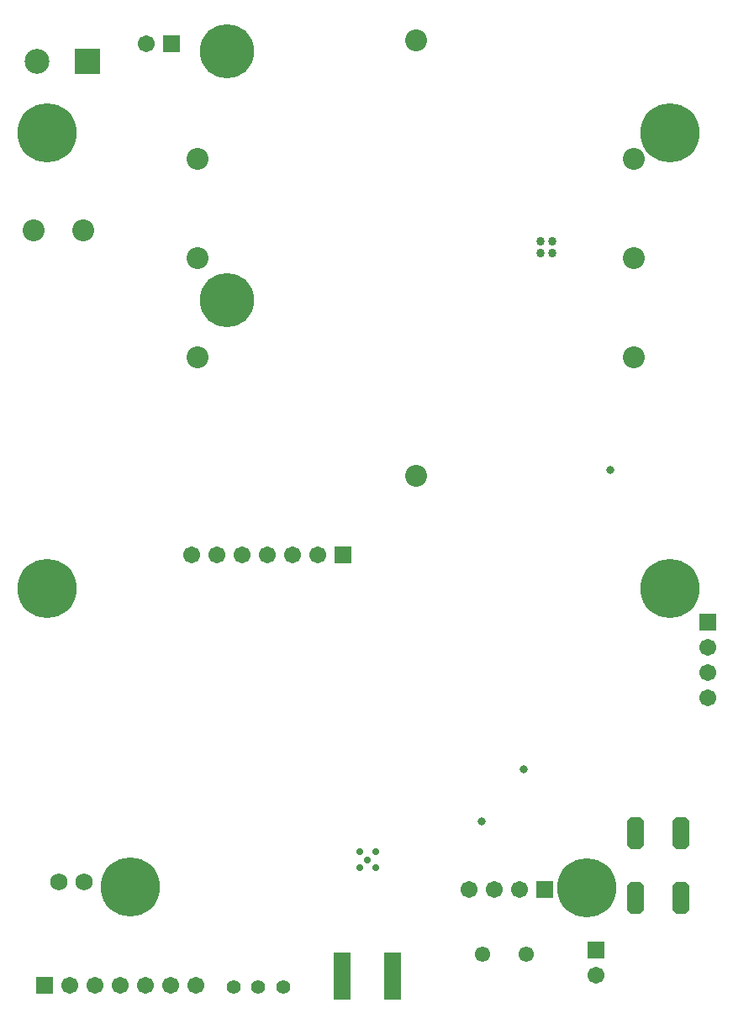
<source format=gbs>
%FSLAX25Y25*%
%MOIN*%
G70*
G01*
G75*
G04 Layer_Color=16711935*
%ADD10R,0.03504X0.00906*%
%ADD11R,0.03740X0.03150*%
%ADD12R,0.05512X0.02362*%
%ADD13R,0.02362X0.02362*%
%ADD14R,0.05906X0.04134*%
%ADD15R,0.05315X0.02362*%
%ADD16R,0.02953X0.03543*%
%ADD17R,0.07087X0.04134*%
%ADD18R,0.03150X0.01969*%
%ADD19R,0.08465X0.09843*%
%ADD20R,0.01969X0.02362*%
%ADD21R,0.18898X0.20315*%
%ADD22O,0.02362X0.13583*%
%ADD23O,0.01772X0.08268*%
%ADD24R,0.05906X0.16142*%
%ADD25R,0.05906X0.17716*%
%ADD26R,0.04134X0.08661*%
%ADD27R,0.01969X0.03150*%
%ADD28R,0.05906X0.11024*%
%ADD29R,0.06102X0.02362*%
%ADD30R,0.07087X0.04724*%
%ADD31R,0.03937X0.01181*%
%ADD32R,0.02756X0.01181*%
%ADD33R,0.03150X0.03740*%
%ADD34R,0.03543X0.02953*%
%ADD35R,0.04134X0.07087*%
%ADD36R,0.05709X0.04331*%
%ADD37R,0.04331X0.07480*%
%ADD38O,0.02165X0.06890*%
%ADD39O,0.06890X0.02165*%
%ADD40R,0.00984X0.07087*%
%ADD41R,0.04331X0.05709*%
%ADD42R,0.02362X0.05512*%
%ADD43R,0.07874X0.12992*%
%ADD44R,0.07874X0.09843*%
%ADD45R,0.01969X0.12205*%
%ADD46R,0.09843X0.09843*%
%ADD47O,0.03150X0.01378*%
%ADD48O,0.01378X0.03150*%
%ADD49R,0.07087X0.29528*%
%ADD50R,0.02362X0.04134*%
%ADD51R,0.04134X0.05906*%
%ADD52R,0.13189X0.09646*%
%ADD53R,0.35827X0.42323*%
%ADD54R,0.16339X0.03937*%
%ADD55R,0.01100X0.01100*%
%ADD56R,0.01400X0.01400*%
%ADD57R,0.02362X0.02362*%
%ADD58O,0.00984X0.03150*%
%ADD59O,0.03150X0.00984*%
%ADD60R,0.04724X0.07087*%
%ADD61R,0.17126X0.18504*%
%ADD62R,0.09252X0.10236*%
%ADD63O,0.08858X0.02362*%
%ADD64R,0.05906X0.05906*%
%ADD65R,0.05906X0.05906*%
%ADD66R,0.09646X0.13189*%
%ADD67R,0.02953X0.01181*%
%ADD68C,0.04000*%
%ADD69C,0.01500*%
%ADD70C,0.00800*%
%ADD71C,0.01000*%
%ADD72C,0.01200*%
%ADD73C,0.03000*%
%ADD74C,0.02000*%
%ADD75C,0.05800*%
%ADD76C,0.08000*%
%ADD77C,0.05000*%
%ADD78R,0.00653X0.00435*%
%ADD79R,0.02142X0.00344*%
%ADD80R,0.04702X0.00344*%
%ADD81R,0.00286X0.00429*%
%ADD82R,0.00262X0.00395*%
%ADD83R,0.00248X0.00441*%
%ADD84R,0.00441X0.00236*%
%ADD85R,0.00280X0.00186*%
%ADD86R,0.06299X0.06988*%
%ADD87R,0.07776X0.02559*%
%ADD88R,0.03937X0.04715*%
%ADD89R,0.07569X0.07569*%
%ADD90R,0.04134X0.11614*%
%ADD91R,0.39400X0.69575*%
%ADD92R,0.41550X0.14150*%
%ADD93R,0.00906X0.00533*%
%ADD94R,0.00872X0.01705*%
G04:AMPARAMS|DCode=95|XSize=120mil|YSize=60mil|CornerRadius=0mil|HoleSize=0mil|Usage=FLASHONLY|Rotation=90.000|XOffset=0mil|YOffset=0mil|HoleType=Round|Shape=Octagon|*
%AMOCTAGOND95*
4,1,8,0.01500,0.06000,-0.01500,0.06000,-0.03000,0.04500,-0.03000,-0.04500,-0.01500,-0.06000,0.01500,-0.06000,0.03000,-0.04500,0.03000,0.04500,0.01500,0.06000,0.0*
%
%ADD95OCTAGOND95*%

%ADD96C,0.04724*%
%ADD97C,0.05906*%
%ADD98R,0.09055X0.09055*%
%ADD99C,0.09055*%
%ADD100C,0.22638*%
%ADD101C,0.06000*%
%ADD102C,0.05315*%
%ADD103C,0.07874*%
%ADD104C,0.20669*%
%ADD105C,0.02400*%
%ADD106C,0.05000*%
%ADD107C,0.04800*%
%ADD108C,0.02598*%
%ADD109R,0.00613X0.00499*%
%ADD110C,0.00984*%
%ADD111C,0.02362*%
%ADD112C,0.00400*%
%ADD113C,0.00787*%
%ADD114C,0.00591*%
%ADD115C,0.00700*%
%ADD116C,0.00492*%
%ADD117R,0.06299X0.02165*%
%ADD118R,0.02165X0.10236*%
%ADD119R,0.02165X0.06299*%
%ADD120R,0.01378X0.03150*%
%ADD121R,0.01280X0.03051*%
%ADD122R,0.02362X0.01772*%
%ADD123R,0.01772X0.02362*%
%ADD124R,0.03248X0.03248*%
%ADD125R,0.03247X0.03347*%
%ADD126R,0.03346X0.03352*%
%ADD127R,0.04304X0.01706*%
%ADD128R,0.04540X0.03950*%
%ADD129R,0.06312X0.03162*%
%ADD130R,0.03162X0.03162*%
%ADD131R,0.06706X0.04934*%
%ADD132R,0.06115X0.03162*%
%ADD133R,0.03753X0.04343*%
%ADD134R,0.07887X0.04934*%
%ADD135R,0.03950X0.02769*%
%ADD136R,0.09265X0.10642*%
%ADD137R,0.02769X0.03162*%
%ADD138R,0.19698X0.21115*%
%ADD139O,0.03162X0.14383*%
%ADD140O,0.02572X0.09068*%
%ADD141R,0.06706X0.16942*%
%ADD142R,0.06706X0.18517*%
%ADD143R,0.04934X0.09461*%
%ADD144R,0.02769X0.03950*%
%ADD145R,0.06706X0.11824*%
%ADD146R,0.06902X0.03162*%
%ADD147R,0.07887X0.05524*%
%ADD148R,0.04737X0.01981*%
%ADD149R,0.03136X0.01561*%
%ADD150R,0.03950X0.04540*%
%ADD151R,0.04343X0.03753*%
%ADD152R,0.04934X0.07887*%
%ADD153R,0.06509X0.05131*%
%ADD154R,0.05131X0.08280*%
%ADD155O,0.02745X0.07470*%
%ADD156O,0.07470X0.02745*%
%ADD157R,0.01564X0.07667*%
%ADD158R,0.05131X0.06509*%
%ADD159R,0.03162X0.06312*%
%ADD160R,0.08674X0.13792*%
%ADD161R,0.08674X0.10642*%
%ADD162R,0.02749X0.12985*%
%ADD163R,0.10642X0.10642*%
%ADD164O,0.03930X0.02158*%
%ADD165O,0.02158X0.03930*%
%ADD166R,0.07887X0.30328*%
%ADD167R,0.03162X0.04934*%
%ADD168R,0.04934X0.06706*%
%ADD169R,0.13989X0.10446*%
%ADD170R,0.36627X0.43123*%
%ADD171R,0.17139X0.04737*%
%ADD172R,0.02762X0.02762*%
%ADD173R,0.01500X0.01500*%
%ADD174R,0.01800X0.01800*%
%ADD175R,0.03162X0.03162*%
%ADD176O,0.01384X0.03550*%
%ADD177O,0.03550X0.01384*%
%ADD178R,0.05524X0.07887*%
%ADD179R,0.17926X0.19304*%
%ADD180R,0.10052X0.11036*%
%ADD181O,0.09658X0.03162*%
%ADD182R,0.06706X0.06706*%
%ADD183R,0.06706X0.06706*%
%ADD184R,0.10446X0.13989*%
%ADD185R,0.03753X0.01981*%
G04:AMPARAMS|DCode=186|XSize=128mil|YSize=68mil|CornerRadius=0mil|HoleSize=0mil|Usage=FLASHONLY|Rotation=90.000|XOffset=0mil|YOffset=0mil|HoleType=Round|Shape=Octagon|*
%AMOCTAGOND186*
4,1,8,0.01700,0.06400,-0.01700,0.06400,-0.03400,0.04700,-0.03400,-0.04700,-0.01700,-0.06400,0.01700,-0.06400,0.03400,-0.04700,0.03400,0.04700,0.01700,0.06400,0.0*
%
%ADD186OCTAGOND186*%

%ADD187C,0.05524*%
%ADD188C,0.06706*%
%ADD189R,0.09855X0.09855*%
%ADD190C,0.09855*%
%ADD191C,0.23438*%
%ADD192C,0.06800*%
%ADD193C,0.06115*%
%ADD194C,0.08674*%
%ADD195C,0.21469*%
%ADD196C,0.03200*%
%ADD197C,0.02800*%
%ADD198C,0.03398*%
D142*
X1319752Y1191268D02*
D03*
X1339752D02*
D03*
D182*
X1420276Y1201772D02*
D03*
X1464567Y1331693D02*
D03*
D183*
X1251968Y1561024D02*
D03*
X1201732Y1187638D02*
D03*
X1319882Y1358268D02*
D03*
X1399803Y1225610D02*
D03*
D186*
X1436082Y1222395D02*
D03*
Y1247995D02*
D03*
X1453882Y1222395D02*
D03*
Y1247995D02*
D03*
D187*
X1296260Y1187008D02*
D03*
X1276575D02*
D03*
X1286417D02*
D03*
D188*
X1241969Y1561024D02*
D03*
X1261732Y1187638D02*
D03*
X1251732D02*
D03*
X1241732D02*
D03*
X1231732D02*
D03*
X1211732D02*
D03*
X1221732D02*
D03*
X1420276Y1191772D02*
D03*
X1259882Y1358268D02*
D03*
X1269882D02*
D03*
X1279882D02*
D03*
X1289882D02*
D03*
X1309882D02*
D03*
X1299882D02*
D03*
X1464567Y1301693D02*
D03*
Y1311693D02*
D03*
Y1321693D02*
D03*
X1389803Y1225610D02*
D03*
X1379803D02*
D03*
X1369803D02*
D03*
D189*
X1218661Y1554134D02*
D03*
D190*
X1198661D02*
D03*
D191*
X1449646Y1525669D02*
D03*
X1202598Y1345079D02*
D03*
Y1525669D02*
D03*
X1235512Y1226634D02*
D03*
X1416732Y1226339D02*
D03*
X1449646Y1345000D02*
D03*
D192*
X1217402Y1228543D02*
D03*
X1207402D02*
D03*
D193*
X1392717Y1200020D02*
D03*
X1375394D02*
D03*
D194*
X1217020Y1486980D02*
D03*
X1197335D02*
D03*
X1348819Y1562402D02*
D03*
X1435236Y1515354D02*
D03*
Y1475984D02*
D03*
Y1436614D02*
D03*
X1348819Y1389567D02*
D03*
X1262402Y1436614D02*
D03*
Y1475984D02*
D03*
Y1515354D02*
D03*
D195*
X1273819Y1557874D02*
D03*
Y1459449D02*
D03*
D196*
X1426032Y1392075D02*
D03*
X1391700Y1273225D02*
D03*
X1374850Y1252725D02*
D03*
D197*
X1326504Y1234200D02*
D03*
Y1240696D02*
D03*
X1333000D02*
D03*
Y1234200D02*
D03*
X1329653Y1237448D02*
D03*
D198*
X1398228Y1482677D02*
D03*
X1402953D02*
D03*
X1398228Y1477953D02*
D03*
X1402953D02*
D03*
M02*

</source>
